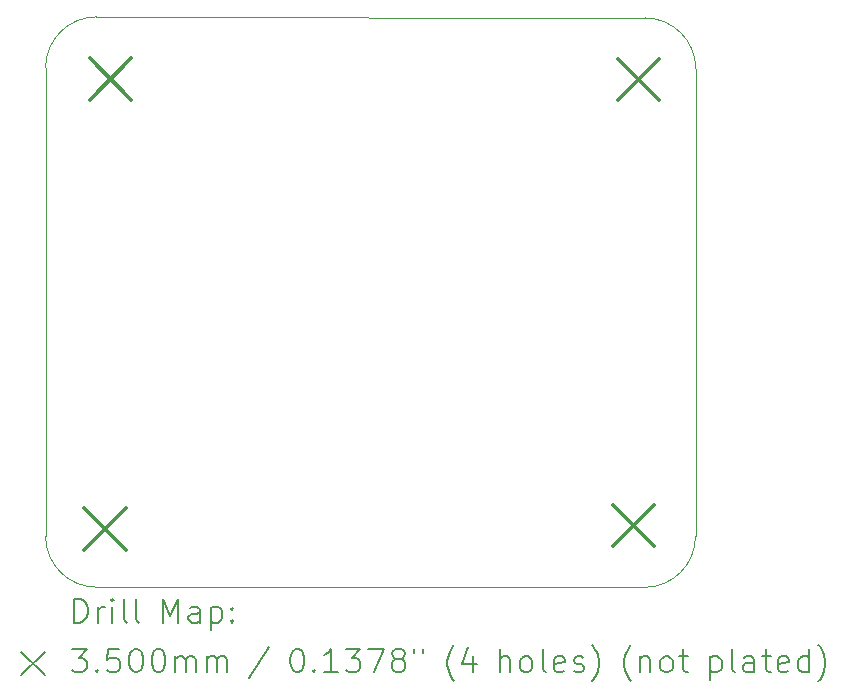
<source format=gbr>
%TF.GenerationSoftware,KiCad,Pcbnew,(7.0.0)*%
%TF.CreationDate,2023-06-13T12:49:34+03:00*%
%TF.ProjectId,C3 pico Breakout PCB,43332070-6963-46f2-9042-7265616b6f75,rev?*%
%TF.SameCoordinates,Original*%
%TF.FileFunction,Drillmap*%
%TF.FilePolarity,Positive*%
%FSLAX45Y45*%
G04 Gerber Fmt 4.5, Leading zero omitted, Abs format (unit mm)*
G04 Created by KiCad (PCBNEW (7.0.0)) date 2023-06-13 12:49:34*
%MOMM*%
%LPD*%
G01*
G04 APERTURE LIST*
%ADD10C,0.100000*%
%ADD11C,0.200000*%
%ADD12C,0.350000*%
G04 APERTURE END LIST*
D10*
X12422953Y-10502944D02*
X12422958Y-6536557D01*
X17495444Y-10934545D02*
G75*
G03*
X17926028Y-10502522I-1444J432025D01*
G01*
X12422955Y-10502944D02*
G75*
G03*
X12854978Y-10933528I432025J1444D01*
G01*
X12853542Y-6104531D02*
G75*
G03*
X12422958Y-6536557I1448J-432029D01*
G01*
X17928047Y-6544555D02*
X17926028Y-10502522D01*
X17495444Y-10934547D02*
X12854978Y-10933528D01*
X12853542Y-6104531D02*
X17500458Y-6113468D01*
X17928572Y-6544554D02*
G75*
G03*
X17500458Y-6113469I-432552J-1446D01*
G01*
D11*
D12*
X12750000Y-10265000D02*
X13100000Y-10615000D01*
X13100000Y-10265000D02*
X12750000Y-10615000D01*
X12800000Y-6455000D02*
X13150000Y-6805000D01*
X13150000Y-6455000D02*
X12800000Y-6805000D01*
X17225000Y-10237500D02*
X17575000Y-10587500D01*
X17575000Y-10237500D02*
X17225000Y-10587500D01*
X17267500Y-6462500D02*
X17617500Y-6812500D01*
X17617500Y-6462500D02*
X17267500Y-6812500D01*
D11*
X12665572Y-11233023D02*
X12665572Y-11033023D01*
X12665572Y-11033023D02*
X12713191Y-11033023D01*
X12713191Y-11033023D02*
X12741763Y-11042547D01*
X12741763Y-11042547D02*
X12760810Y-11061594D01*
X12760810Y-11061594D02*
X12770334Y-11080642D01*
X12770334Y-11080642D02*
X12779858Y-11118737D01*
X12779858Y-11118737D02*
X12779858Y-11147309D01*
X12779858Y-11147309D02*
X12770334Y-11185404D01*
X12770334Y-11185404D02*
X12760810Y-11204451D01*
X12760810Y-11204451D02*
X12741763Y-11223499D01*
X12741763Y-11223499D02*
X12713191Y-11233023D01*
X12713191Y-11233023D02*
X12665572Y-11233023D01*
X12865572Y-11233023D02*
X12865572Y-11099689D01*
X12865572Y-11137785D02*
X12875096Y-11118737D01*
X12875096Y-11118737D02*
X12884620Y-11109213D01*
X12884620Y-11109213D02*
X12903668Y-11099689D01*
X12903668Y-11099689D02*
X12922715Y-11099689D01*
X12989382Y-11233023D02*
X12989382Y-11099689D01*
X12989382Y-11033023D02*
X12979858Y-11042547D01*
X12979858Y-11042547D02*
X12989382Y-11052070D01*
X12989382Y-11052070D02*
X12998906Y-11042547D01*
X12998906Y-11042547D02*
X12989382Y-11033023D01*
X12989382Y-11033023D02*
X12989382Y-11052070D01*
X13113191Y-11233023D02*
X13094144Y-11223499D01*
X13094144Y-11223499D02*
X13084620Y-11204451D01*
X13084620Y-11204451D02*
X13084620Y-11033023D01*
X13217953Y-11233023D02*
X13198906Y-11223499D01*
X13198906Y-11223499D02*
X13189382Y-11204451D01*
X13189382Y-11204451D02*
X13189382Y-11033023D01*
X13414144Y-11233023D02*
X13414144Y-11033023D01*
X13414144Y-11033023D02*
X13480810Y-11175880D01*
X13480810Y-11175880D02*
X13547477Y-11033023D01*
X13547477Y-11033023D02*
X13547477Y-11233023D01*
X13728429Y-11233023D02*
X13728429Y-11128261D01*
X13728429Y-11128261D02*
X13718906Y-11109213D01*
X13718906Y-11109213D02*
X13699858Y-11099689D01*
X13699858Y-11099689D02*
X13661763Y-11099689D01*
X13661763Y-11099689D02*
X13642715Y-11109213D01*
X13728429Y-11223499D02*
X13709382Y-11233023D01*
X13709382Y-11233023D02*
X13661763Y-11233023D01*
X13661763Y-11233023D02*
X13642715Y-11223499D01*
X13642715Y-11223499D02*
X13633191Y-11204451D01*
X13633191Y-11204451D02*
X13633191Y-11185404D01*
X13633191Y-11185404D02*
X13642715Y-11166356D01*
X13642715Y-11166356D02*
X13661763Y-11156832D01*
X13661763Y-11156832D02*
X13709382Y-11156832D01*
X13709382Y-11156832D02*
X13728429Y-11147309D01*
X13823668Y-11099689D02*
X13823668Y-11299689D01*
X13823668Y-11109213D02*
X13842715Y-11099689D01*
X13842715Y-11099689D02*
X13880810Y-11099689D01*
X13880810Y-11099689D02*
X13899858Y-11109213D01*
X13899858Y-11109213D02*
X13909382Y-11118737D01*
X13909382Y-11118737D02*
X13918906Y-11137785D01*
X13918906Y-11137785D02*
X13918906Y-11194927D01*
X13918906Y-11194927D02*
X13909382Y-11213975D01*
X13909382Y-11213975D02*
X13899858Y-11223499D01*
X13899858Y-11223499D02*
X13880810Y-11233023D01*
X13880810Y-11233023D02*
X13842715Y-11233023D01*
X13842715Y-11233023D02*
X13823668Y-11223499D01*
X14004620Y-11213975D02*
X14014144Y-11223499D01*
X14014144Y-11223499D02*
X14004620Y-11233023D01*
X14004620Y-11233023D02*
X13995096Y-11223499D01*
X13995096Y-11223499D02*
X14004620Y-11213975D01*
X14004620Y-11213975D02*
X14004620Y-11233023D01*
X14004620Y-11109213D02*
X14014144Y-11118737D01*
X14014144Y-11118737D02*
X14004620Y-11128261D01*
X14004620Y-11128261D02*
X13995096Y-11118737D01*
X13995096Y-11118737D02*
X14004620Y-11109213D01*
X14004620Y-11109213D02*
X14004620Y-11128261D01*
X12217953Y-11479547D02*
X12417953Y-11679547D01*
X12417953Y-11479547D02*
X12217953Y-11679547D01*
X12646525Y-11453023D02*
X12770334Y-11453023D01*
X12770334Y-11453023D02*
X12703668Y-11529213D01*
X12703668Y-11529213D02*
X12732239Y-11529213D01*
X12732239Y-11529213D02*
X12751287Y-11538737D01*
X12751287Y-11538737D02*
X12760810Y-11548261D01*
X12760810Y-11548261D02*
X12770334Y-11567308D01*
X12770334Y-11567308D02*
X12770334Y-11614927D01*
X12770334Y-11614927D02*
X12760810Y-11633975D01*
X12760810Y-11633975D02*
X12751287Y-11643499D01*
X12751287Y-11643499D02*
X12732239Y-11653023D01*
X12732239Y-11653023D02*
X12675096Y-11653023D01*
X12675096Y-11653023D02*
X12656049Y-11643499D01*
X12656049Y-11643499D02*
X12646525Y-11633975D01*
X12856049Y-11633975D02*
X12865572Y-11643499D01*
X12865572Y-11643499D02*
X12856049Y-11653023D01*
X12856049Y-11653023D02*
X12846525Y-11643499D01*
X12846525Y-11643499D02*
X12856049Y-11633975D01*
X12856049Y-11633975D02*
X12856049Y-11653023D01*
X13046525Y-11453023D02*
X12951287Y-11453023D01*
X12951287Y-11453023D02*
X12941763Y-11548261D01*
X12941763Y-11548261D02*
X12951287Y-11538737D01*
X12951287Y-11538737D02*
X12970334Y-11529213D01*
X12970334Y-11529213D02*
X13017953Y-11529213D01*
X13017953Y-11529213D02*
X13037001Y-11538737D01*
X13037001Y-11538737D02*
X13046525Y-11548261D01*
X13046525Y-11548261D02*
X13056049Y-11567308D01*
X13056049Y-11567308D02*
X13056049Y-11614927D01*
X13056049Y-11614927D02*
X13046525Y-11633975D01*
X13046525Y-11633975D02*
X13037001Y-11643499D01*
X13037001Y-11643499D02*
X13017953Y-11653023D01*
X13017953Y-11653023D02*
X12970334Y-11653023D01*
X12970334Y-11653023D02*
X12951287Y-11643499D01*
X12951287Y-11643499D02*
X12941763Y-11633975D01*
X13179858Y-11453023D02*
X13198906Y-11453023D01*
X13198906Y-11453023D02*
X13217953Y-11462547D01*
X13217953Y-11462547D02*
X13227477Y-11472070D01*
X13227477Y-11472070D02*
X13237001Y-11491118D01*
X13237001Y-11491118D02*
X13246525Y-11529213D01*
X13246525Y-11529213D02*
X13246525Y-11576832D01*
X13246525Y-11576832D02*
X13237001Y-11614927D01*
X13237001Y-11614927D02*
X13227477Y-11633975D01*
X13227477Y-11633975D02*
X13217953Y-11643499D01*
X13217953Y-11643499D02*
X13198906Y-11653023D01*
X13198906Y-11653023D02*
X13179858Y-11653023D01*
X13179858Y-11653023D02*
X13160810Y-11643499D01*
X13160810Y-11643499D02*
X13151287Y-11633975D01*
X13151287Y-11633975D02*
X13141763Y-11614927D01*
X13141763Y-11614927D02*
X13132239Y-11576832D01*
X13132239Y-11576832D02*
X13132239Y-11529213D01*
X13132239Y-11529213D02*
X13141763Y-11491118D01*
X13141763Y-11491118D02*
X13151287Y-11472070D01*
X13151287Y-11472070D02*
X13160810Y-11462547D01*
X13160810Y-11462547D02*
X13179858Y-11453023D01*
X13370334Y-11453023D02*
X13389382Y-11453023D01*
X13389382Y-11453023D02*
X13408430Y-11462547D01*
X13408430Y-11462547D02*
X13417953Y-11472070D01*
X13417953Y-11472070D02*
X13427477Y-11491118D01*
X13427477Y-11491118D02*
X13437001Y-11529213D01*
X13437001Y-11529213D02*
X13437001Y-11576832D01*
X13437001Y-11576832D02*
X13427477Y-11614927D01*
X13427477Y-11614927D02*
X13417953Y-11633975D01*
X13417953Y-11633975D02*
X13408430Y-11643499D01*
X13408430Y-11643499D02*
X13389382Y-11653023D01*
X13389382Y-11653023D02*
X13370334Y-11653023D01*
X13370334Y-11653023D02*
X13351287Y-11643499D01*
X13351287Y-11643499D02*
X13341763Y-11633975D01*
X13341763Y-11633975D02*
X13332239Y-11614927D01*
X13332239Y-11614927D02*
X13322715Y-11576832D01*
X13322715Y-11576832D02*
X13322715Y-11529213D01*
X13322715Y-11529213D02*
X13332239Y-11491118D01*
X13332239Y-11491118D02*
X13341763Y-11472070D01*
X13341763Y-11472070D02*
X13351287Y-11462547D01*
X13351287Y-11462547D02*
X13370334Y-11453023D01*
X13522715Y-11653023D02*
X13522715Y-11519689D01*
X13522715Y-11538737D02*
X13532239Y-11529213D01*
X13532239Y-11529213D02*
X13551287Y-11519689D01*
X13551287Y-11519689D02*
X13579858Y-11519689D01*
X13579858Y-11519689D02*
X13598906Y-11529213D01*
X13598906Y-11529213D02*
X13608430Y-11548261D01*
X13608430Y-11548261D02*
X13608430Y-11653023D01*
X13608430Y-11548261D02*
X13617953Y-11529213D01*
X13617953Y-11529213D02*
X13637001Y-11519689D01*
X13637001Y-11519689D02*
X13665572Y-11519689D01*
X13665572Y-11519689D02*
X13684620Y-11529213D01*
X13684620Y-11529213D02*
X13694144Y-11548261D01*
X13694144Y-11548261D02*
X13694144Y-11653023D01*
X13789382Y-11653023D02*
X13789382Y-11519689D01*
X13789382Y-11538737D02*
X13798906Y-11529213D01*
X13798906Y-11529213D02*
X13817953Y-11519689D01*
X13817953Y-11519689D02*
X13846525Y-11519689D01*
X13846525Y-11519689D02*
X13865572Y-11529213D01*
X13865572Y-11529213D02*
X13875096Y-11548261D01*
X13875096Y-11548261D02*
X13875096Y-11653023D01*
X13875096Y-11548261D02*
X13884620Y-11529213D01*
X13884620Y-11529213D02*
X13903668Y-11519689D01*
X13903668Y-11519689D02*
X13932239Y-11519689D01*
X13932239Y-11519689D02*
X13951287Y-11529213D01*
X13951287Y-11529213D02*
X13960811Y-11548261D01*
X13960811Y-11548261D02*
X13960811Y-11653023D01*
X14318906Y-11443499D02*
X14147477Y-11700642D01*
X14543668Y-11453023D02*
X14562715Y-11453023D01*
X14562715Y-11453023D02*
X14581763Y-11462547D01*
X14581763Y-11462547D02*
X14591287Y-11472070D01*
X14591287Y-11472070D02*
X14600811Y-11491118D01*
X14600811Y-11491118D02*
X14610334Y-11529213D01*
X14610334Y-11529213D02*
X14610334Y-11576832D01*
X14610334Y-11576832D02*
X14600811Y-11614927D01*
X14600811Y-11614927D02*
X14591287Y-11633975D01*
X14591287Y-11633975D02*
X14581763Y-11643499D01*
X14581763Y-11643499D02*
X14562715Y-11653023D01*
X14562715Y-11653023D02*
X14543668Y-11653023D01*
X14543668Y-11653023D02*
X14524620Y-11643499D01*
X14524620Y-11643499D02*
X14515096Y-11633975D01*
X14515096Y-11633975D02*
X14505572Y-11614927D01*
X14505572Y-11614927D02*
X14496049Y-11576832D01*
X14496049Y-11576832D02*
X14496049Y-11529213D01*
X14496049Y-11529213D02*
X14505572Y-11491118D01*
X14505572Y-11491118D02*
X14515096Y-11472070D01*
X14515096Y-11472070D02*
X14524620Y-11462547D01*
X14524620Y-11462547D02*
X14543668Y-11453023D01*
X14696049Y-11633975D02*
X14705572Y-11643499D01*
X14705572Y-11643499D02*
X14696049Y-11653023D01*
X14696049Y-11653023D02*
X14686525Y-11643499D01*
X14686525Y-11643499D02*
X14696049Y-11633975D01*
X14696049Y-11633975D02*
X14696049Y-11653023D01*
X14896049Y-11653023D02*
X14781763Y-11653023D01*
X14838906Y-11653023D02*
X14838906Y-11453023D01*
X14838906Y-11453023D02*
X14819858Y-11481594D01*
X14819858Y-11481594D02*
X14800811Y-11500642D01*
X14800811Y-11500642D02*
X14781763Y-11510166D01*
X14962715Y-11453023D02*
X15086525Y-11453023D01*
X15086525Y-11453023D02*
X15019858Y-11529213D01*
X15019858Y-11529213D02*
X15048430Y-11529213D01*
X15048430Y-11529213D02*
X15067477Y-11538737D01*
X15067477Y-11538737D02*
X15077001Y-11548261D01*
X15077001Y-11548261D02*
X15086525Y-11567308D01*
X15086525Y-11567308D02*
X15086525Y-11614927D01*
X15086525Y-11614927D02*
X15077001Y-11633975D01*
X15077001Y-11633975D02*
X15067477Y-11643499D01*
X15067477Y-11643499D02*
X15048430Y-11653023D01*
X15048430Y-11653023D02*
X14991287Y-11653023D01*
X14991287Y-11653023D02*
X14972239Y-11643499D01*
X14972239Y-11643499D02*
X14962715Y-11633975D01*
X15153192Y-11453023D02*
X15286525Y-11453023D01*
X15286525Y-11453023D02*
X15200811Y-11653023D01*
X15391287Y-11538737D02*
X15372239Y-11529213D01*
X15372239Y-11529213D02*
X15362715Y-11519689D01*
X15362715Y-11519689D02*
X15353192Y-11500642D01*
X15353192Y-11500642D02*
X15353192Y-11491118D01*
X15353192Y-11491118D02*
X15362715Y-11472070D01*
X15362715Y-11472070D02*
X15372239Y-11462547D01*
X15372239Y-11462547D02*
X15391287Y-11453023D01*
X15391287Y-11453023D02*
X15429382Y-11453023D01*
X15429382Y-11453023D02*
X15448430Y-11462547D01*
X15448430Y-11462547D02*
X15457953Y-11472070D01*
X15457953Y-11472070D02*
X15467477Y-11491118D01*
X15467477Y-11491118D02*
X15467477Y-11500642D01*
X15467477Y-11500642D02*
X15457953Y-11519689D01*
X15457953Y-11519689D02*
X15448430Y-11529213D01*
X15448430Y-11529213D02*
X15429382Y-11538737D01*
X15429382Y-11538737D02*
X15391287Y-11538737D01*
X15391287Y-11538737D02*
X15372239Y-11548261D01*
X15372239Y-11548261D02*
X15362715Y-11557785D01*
X15362715Y-11557785D02*
X15353192Y-11576832D01*
X15353192Y-11576832D02*
X15353192Y-11614927D01*
X15353192Y-11614927D02*
X15362715Y-11633975D01*
X15362715Y-11633975D02*
X15372239Y-11643499D01*
X15372239Y-11643499D02*
X15391287Y-11653023D01*
X15391287Y-11653023D02*
X15429382Y-11653023D01*
X15429382Y-11653023D02*
X15448430Y-11643499D01*
X15448430Y-11643499D02*
X15457953Y-11633975D01*
X15457953Y-11633975D02*
X15467477Y-11614927D01*
X15467477Y-11614927D02*
X15467477Y-11576832D01*
X15467477Y-11576832D02*
X15457953Y-11557785D01*
X15457953Y-11557785D02*
X15448430Y-11548261D01*
X15448430Y-11548261D02*
X15429382Y-11538737D01*
X15543668Y-11453023D02*
X15543668Y-11491118D01*
X15619858Y-11453023D02*
X15619858Y-11491118D01*
X15882715Y-11729213D02*
X15873192Y-11719689D01*
X15873192Y-11719689D02*
X15854144Y-11691118D01*
X15854144Y-11691118D02*
X15844620Y-11672070D01*
X15844620Y-11672070D02*
X15835096Y-11643499D01*
X15835096Y-11643499D02*
X15825573Y-11595880D01*
X15825573Y-11595880D02*
X15825573Y-11557785D01*
X15825573Y-11557785D02*
X15835096Y-11510166D01*
X15835096Y-11510166D02*
X15844620Y-11481594D01*
X15844620Y-11481594D02*
X15854144Y-11462547D01*
X15854144Y-11462547D02*
X15873192Y-11433975D01*
X15873192Y-11433975D02*
X15882715Y-11424451D01*
X16044620Y-11519689D02*
X16044620Y-11653023D01*
X15997001Y-11443499D02*
X15949382Y-11586356D01*
X15949382Y-11586356D02*
X16073192Y-11586356D01*
X16269382Y-11653023D02*
X16269382Y-11453023D01*
X16355096Y-11653023D02*
X16355096Y-11548261D01*
X16355096Y-11548261D02*
X16345573Y-11529213D01*
X16345573Y-11529213D02*
X16326525Y-11519689D01*
X16326525Y-11519689D02*
X16297953Y-11519689D01*
X16297953Y-11519689D02*
X16278906Y-11529213D01*
X16278906Y-11529213D02*
X16269382Y-11538737D01*
X16478906Y-11653023D02*
X16459858Y-11643499D01*
X16459858Y-11643499D02*
X16450334Y-11633975D01*
X16450334Y-11633975D02*
X16440811Y-11614927D01*
X16440811Y-11614927D02*
X16440811Y-11557785D01*
X16440811Y-11557785D02*
X16450334Y-11538737D01*
X16450334Y-11538737D02*
X16459858Y-11529213D01*
X16459858Y-11529213D02*
X16478906Y-11519689D01*
X16478906Y-11519689D02*
X16507477Y-11519689D01*
X16507477Y-11519689D02*
X16526525Y-11529213D01*
X16526525Y-11529213D02*
X16536049Y-11538737D01*
X16536049Y-11538737D02*
X16545573Y-11557785D01*
X16545573Y-11557785D02*
X16545573Y-11614927D01*
X16545573Y-11614927D02*
X16536049Y-11633975D01*
X16536049Y-11633975D02*
X16526525Y-11643499D01*
X16526525Y-11643499D02*
X16507477Y-11653023D01*
X16507477Y-11653023D02*
X16478906Y-11653023D01*
X16659858Y-11653023D02*
X16640811Y-11643499D01*
X16640811Y-11643499D02*
X16631287Y-11624451D01*
X16631287Y-11624451D02*
X16631287Y-11453023D01*
X16812239Y-11643499D02*
X16793192Y-11653023D01*
X16793192Y-11653023D02*
X16755096Y-11653023D01*
X16755096Y-11653023D02*
X16736049Y-11643499D01*
X16736049Y-11643499D02*
X16726525Y-11624451D01*
X16726525Y-11624451D02*
X16726525Y-11548261D01*
X16726525Y-11548261D02*
X16736049Y-11529213D01*
X16736049Y-11529213D02*
X16755096Y-11519689D01*
X16755096Y-11519689D02*
X16793192Y-11519689D01*
X16793192Y-11519689D02*
X16812239Y-11529213D01*
X16812239Y-11529213D02*
X16821763Y-11548261D01*
X16821763Y-11548261D02*
X16821763Y-11567308D01*
X16821763Y-11567308D02*
X16726525Y-11586356D01*
X16897954Y-11643499D02*
X16917001Y-11653023D01*
X16917001Y-11653023D02*
X16955096Y-11653023D01*
X16955096Y-11653023D02*
X16974144Y-11643499D01*
X16974144Y-11643499D02*
X16983668Y-11624451D01*
X16983668Y-11624451D02*
X16983668Y-11614927D01*
X16983668Y-11614927D02*
X16974144Y-11595880D01*
X16974144Y-11595880D02*
X16955096Y-11586356D01*
X16955096Y-11586356D02*
X16926525Y-11586356D01*
X16926525Y-11586356D02*
X16907477Y-11576832D01*
X16907477Y-11576832D02*
X16897954Y-11557785D01*
X16897954Y-11557785D02*
X16897954Y-11548261D01*
X16897954Y-11548261D02*
X16907477Y-11529213D01*
X16907477Y-11529213D02*
X16926525Y-11519689D01*
X16926525Y-11519689D02*
X16955096Y-11519689D01*
X16955096Y-11519689D02*
X16974144Y-11529213D01*
X17050335Y-11729213D02*
X17059858Y-11719689D01*
X17059858Y-11719689D02*
X17078906Y-11691118D01*
X17078906Y-11691118D02*
X17088430Y-11672070D01*
X17088430Y-11672070D02*
X17097954Y-11643499D01*
X17097954Y-11643499D02*
X17107477Y-11595880D01*
X17107477Y-11595880D02*
X17107477Y-11557785D01*
X17107477Y-11557785D02*
X17097954Y-11510166D01*
X17097954Y-11510166D02*
X17088430Y-11481594D01*
X17088430Y-11481594D02*
X17078906Y-11462547D01*
X17078906Y-11462547D02*
X17059858Y-11433975D01*
X17059858Y-11433975D02*
X17050335Y-11424451D01*
X17379858Y-11729213D02*
X17370335Y-11719689D01*
X17370335Y-11719689D02*
X17351287Y-11691118D01*
X17351287Y-11691118D02*
X17341763Y-11672070D01*
X17341763Y-11672070D02*
X17332239Y-11643499D01*
X17332239Y-11643499D02*
X17322716Y-11595880D01*
X17322716Y-11595880D02*
X17322716Y-11557785D01*
X17322716Y-11557785D02*
X17332239Y-11510166D01*
X17332239Y-11510166D02*
X17341763Y-11481594D01*
X17341763Y-11481594D02*
X17351287Y-11462547D01*
X17351287Y-11462547D02*
X17370335Y-11433975D01*
X17370335Y-11433975D02*
X17379858Y-11424451D01*
X17456049Y-11519689D02*
X17456049Y-11653023D01*
X17456049Y-11538737D02*
X17465573Y-11529213D01*
X17465573Y-11529213D02*
X17484620Y-11519689D01*
X17484620Y-11519689D02*
X17513192Y-11519689D01*
X17513192Y-11519689D02*
X17532239Y-11529213D01*
X17532239Y-11529213D02*
X17541763Y-11548261D01*
X17541763Y-11548261D02*
X17541763Y-11653023D01*
X17665573Y-11653023D02*
X17646525Y-11643499D01*
X17646525Y-11643499D02*
X17637001Y-11633975D01*
X17637001Y-11633975D02*
X17627477Y-11614927D01*
X17627477Y-11614927D02*
X17627477Y-11557785D01*
X17627477Y-11557785D02*
X17637001Y-11538737D01*
X17637001Y-11538737D02*
X17646525Y-11529213D01*
X17646525Y-11529213D02*
X17665573Y-11519689D01*
X17665573Y-11519689D02*
X17694144Y-11519689D01*
X17694144Y-11519689D02*
X17713192Y-11529213D01*
X17713192Y-11529213D02*
X17722716Y-11538737D01*
X17722716Y-11538737D02*
X17732239Y-11557785D01*
X17732239Y-11557785D02*
X17732239Y-11614927D01*
X17732239Y-11614927D02*
X17722716Y-11633975D01*
X17722716Y-11633975D02*
X17713192Y-11643499D01*
X17713192Y-11643499D02*
X17694144Y-11653023D01*
X17694144Y-11653023D02*
X17665573Y-11653023D01*
X17789382Y-11519689D02*
X17865573Y-11519689D01*
X17817954Y-11453023D02*
X17817954Y-11624451D01*
X17817954Y-11624451D02*
X17827477Y-11643499D01*
X17827477Y-11643499D02*
X17846525Y-11653023D01*
X17846525Y-11653023D02*
X17865573Y-11653023D01*
X18052239Y-11519689D02*
X18052239Y-11719689D01*
X18052239Y-11529213D02*
X18071287Y-11519689D01*
X18071287Y-11519689D02*
X18109382Y-11519689D01*
X18109382Y-11519689D02*
X18128430Y-11529213D01*
X18128430Y-11529213D02*
X18137954Y-11538737D01*
X18137954Y-11538737D02*
X18147477Y-11557785D01*
X18147477Y-11557785D02*
X18147477Y-11614927D01*
X18147477Y-11614927D02*
X18137954Y-11633975D01*
X18137954Y-11633975D02*
X18128430Y-11643499D01*
X18128430Y-11643499D02*
X18109382Y-11653023D01*
X18109382Y-11653023D02*
X18071287Y-11653023D01*
X18071287Y-11653023D02*
X18052239Y-11643499D01*
X18261763Y-11653023D02*
X18242716Y-11643499D01*
X18242716Y-11643499D02*
X18233192Y-11624451D01*
X18233192Y-11624451D02*
X18233192Y-11453023D01*
X18423668Y-11653023D02*
X18423668Y-11548261D01*
X18423668Y-11548261D02*
X18414144Y-11529213D01*
X18414144Y-11529213D02*
X18395097Y-11519689D01*
X18395097Y-11519689D02*
X18357001Y-11519689D01*
X18357001Y-11519689D02*
X18337954Y-11529213D01*
X18423668Y-11643499D02*
X18404620Y-11653023D01*
X18404620Y-11653023D02*
X18357001Y-11653023D01*
X18357001Y-11653023D02*
X18337954Y-11643499D01*
X18337954Y-11643499D02*
X18328430Y-11624451D01*
X18328430Y-11624451D02*
X18328430Y-11605404D01*
X18328430Y-11605404D02*
X18337954Y-11586356D01*
X18337954Y-11586356D02*
X18357001Y-11576832D01*
X18357001Y-11576832D02*
X18404620Y-11576832D01*
X18404620Y-11576832D02*
X18423668Y-11567308D01*
X18490335Y-11519689D02*
X18566525Y-11519689D01*
X18518906Y-11453023D02*
X18518906Y-11624451D01*
X18518906Y-11624451D02*
X18528430Y-11643499D01*
X18528430Y-11643499D02*
X18547477Y-11653023D01*
X18547477Y-11653023D02*
X18566525Y-11653023D01*
X18709382Y-11643499D02*
X18690335Y-11653023D01*
X18690335Y-11653023D02*
X18652239Y-11653023D01*
X18652239Y-11653023D02*
X18633192Y-11643499D01*
X18633192Y-11643499D02*
X18623668Y-11624451D01*
X18623668Y-11624451D02*
X18623668Y-11548261D01*
X18623668Y-11548261D02*
X18633192Y-11529213D01*
X18633192Y-11529213D02*
X18652239Y-11519689D01*
X18652239Y-11519689D02*
X18690335Y-11519689D01*
X18690335Y-11519689D02*
X18709382Y-11529213D01*
X18709382Y-11529213D02*
X18718906Y-11548261D01*
X18718906Y-11548261D02*
X18718906Y-11567308D01*
X18718906Y-11567308D02*
X18623668Y-11586356D01*
X18890335Y-11653023D02*
X18890335Y-11453023D01*
X18890335Y-11643499D02*
X18871287Y-11653023D01*
X18871287Y-11653023D02*
X18833192Y-11653023D01*
X18833192Y-11653023D02*
X18814144Y-11643499D01*
X18814144Y-11643499D02*
X18804620Y-11633975D01*
X18804620Y-11633975D02*
X18795097Y-11614927D01*
X18795097Y-11614927D02*
X18795097Y-11557785D01*
X18795097Y-11557785D02*
X18804620Y-11538737D01*
X18804620Y-11538737D02*
X18814144Y-11529213D01*
X18814144Y-11529213D02*
X18833192Y-11519689D01*
X18833192Y-11519689D02*
X18871287Y-11519689D01*
X18871287Y-11519689D02*
X18890335Y-11529213D01*
X18966525Y-11729213D02*
X18976049Y-11719689D01*
X18976049Y-11719689D02*
X18995097Y-11691118D01*
X18995097Y-11691118D02*
X19004620Y-11672070D01*
X19004620Y-11672070D02*
X19014144Y-11643499D01*
X19014144Y-11643499D02*
X19023668Y-11595880D01*
X19023668Y-11595880D02*
X19023668Y-11557785D01*
X19023668Y-11557785D02*
X19014144Y-11510166D01*
X19014144Y-11510166D02*
X19004620Y-11481594D01*
X19004620Y-11481594D02*
X18995097Y-11462547D01*
X18995097Y-11462547D02*
X18976049Y-11433975D01*
X18976049Y-11433975D02*
X18966525Y-11424451D01*
M02*

</source>
